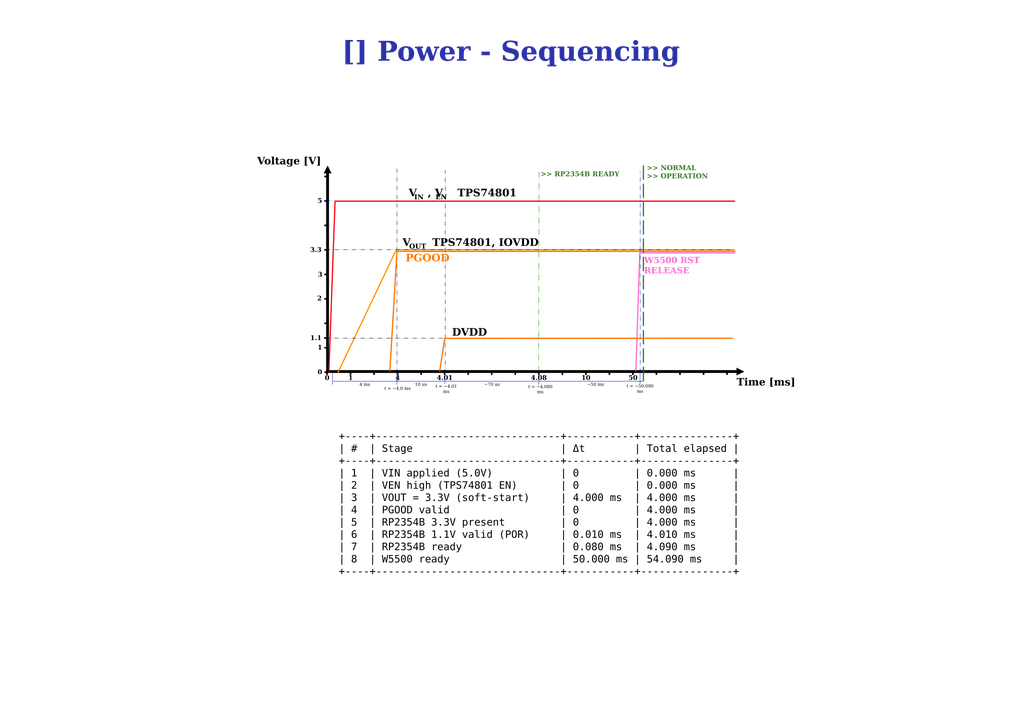
<source format=kicad_sch>
(kicad_sch
	(version 20250114)
	(generator "eeschema")
	(generator_version "9.0")
	(uuid "26e99a33-043b-499d-a26e-816ff79b487a")
	(paper "A3")
	(title_block
		(title "Power - Sequencing")
		(date "2026-01-31")
		(rev "${REVISION}")
		(company "${COMPANY}")
	)
	(lib_symbols)
	(rectangle
		(start 133.096 142.367)
		(end 134.62 142.875)
		(stroke
			(width 0)
			(type default)
			(color 0 0 0 1)
		)
		(fill
			(type color)
			(color 0 0 0 1)
		)
		(uuid 01c9fd1d-d2cd-474e-a2f2-7336d2eb5438)
	)
	(rectangle
		(start 153.162 152.146)
		(end 153.67 153.67)
		(stroke
			(width 0)
			(type default)
			(color 0 0 0 1)
		)
		(fill
			(type color)
			(color 0 0 0 1)
		)
		(uuid 085660ca-3a67-46bf-85b0-bb74abf891e3)
	)
	(rectangle
		(start 230.378 152.146)
		(end 230.886 153.67)
		(stroke
			(width 0)
			(type default)
			(color 0 0 0 1)
		)
		(fill
			(type color)
			(color 0 0 0 1)
		)
		(uuid 09774e91-f9d0-4db9-9e0f-815490f4898d)
	)
	(rectangle
		(start 288.29 152.146)
		(end 288.798 153.67)
		(stroke
			(width 0)
			(type default)
			(color 0 0 0 1)
		)
		(fill
			(type color)
			(color 0 0 0 1)
		)
		(uuid 1c1e908e-05f8-44d9-8561-32d60503f5fa)
	)
	(rectangle
		(start 259.334 152.146)
		(end 259.842 153.67)
		(stroke
			(width 0)
			(type default)
			(color 0 0 0 1)
		)
		(fill
			(type color)
			(color 0 0 0 1)
		)
		(uuid 205e879f-c514-4b78-8bf1-d45ed4980894)
	)
	(rectangle
		(start 133.096 102.235)
		(end 134.62 102.743)
		(stroke
			(width 0)
			(type default)
			(color 0 0 0 1)
		)
		(fill
			(type color)
			(color 0 0 0 1)
		)
		(uuid 23111c0a-8311-4e0b-b6b5-bb05b9cd3eab)
	)
	(rectangle
		(start 240.03 152.146)
		(end 240.538 153.67)
		(stroke
			(width 0)
			(type default)
			(color 0 0 0 1)
		)
		(fill
			(type color)
			(color 0 0 0 1)
		)
		(uuid 3b7d974c-37a0-442f-9733-47c591f05f53)
	)
	(rectangle
		(start 133.858 152.146)
		(end 134.366 153.67)
		(stroke
			(width 0)
			(type default)
			(color 0 0 0 1)
		)
		(fill
			(type color)
			(color 0 0 0 1)
		)
		(uuid 3dd077b4-ca8f-47c2-bee1-2e3802083be7)
	)
	(rectangle
		(start 172.466 152.146)
		(end 172.974 153.67)
		(stroke
			(width 0)
			(type default)
			(color 0 0 0 1)
		)
		(fill
			(type color)
			(color 0 0 0 1)
		)
		(uuid 3e62ef00-0c8e-41fa-b2f3-08de867fa54f)
	)
	(rectangle
		(start 133.096 92.202)
		(end 134.62 92.71)
		(stroke
			(width 0)
			(type default)
			(color 0 0 0 1)
		)
		(fill
			(type color)
			(color 0 0 0 1)
		)
		(uuid 421293c6-3cf3-494b-b1c5-7fc458134e79)
	)
	(rectangle
		(start 133.096 112.268)
		(end 134.62 112.776)
		(stroke
			(width 0)
			(type default)
			(color 0 0 0 1)
		)
		(fill
			(type color)
			(color 0 0 0 1)
		)
		(uuid 469c46ff-b6e8-4790-b52f-1ed9a2bdd1f8)
	)
	(rectangle
		(start 201.422 152.146)
		(end 201.93 153.67)
		(stroke
			(width 0)
			(type default)
			(color 0 0 0 1)
		)
		(fill
			(type color)
			(color 0 0 0 1)
		)
		(uuid 56c4474d-0301-4408-974f-0518f1baa953)
	)
	(rectangle
		(start 182.118 152.146)
		(end 182.626 153.67)
		(stroke
			(width 0)
			(type default)
			(color 0 0 0 1)
		)
		(fill
			(type color)
			(color 0 0 0 1)
		)
		(uuid 5eee5b1a-6c26-4234-8466-170b3f779aa3)
	)
	(rectangle
		(start 133.858 151.892)
		(end 302.26 152.908)
		(stroke
			(width 0)
			(type default)
			(color 0 0 0 1)
		)
		(fill
			(type color)
			(color 0 0 0 1)
		)
		(uuid 6d8a1105-6737-4a0b-9f5f-040b945eed17)
	)
	(rectangle
		(start 133.096 122.301)
		(end 134.62 122.809)
		(stroke
			(width 0)
			(type default)
			(color 0 0 0 1)
		)
		(fill
			(type color)
			(color 0 0 0 1)
		)
		(uuid 7f8be5cb-90a9-46c5-97db-3d1d78b2f341)
	)
	(rectangle
		(start 133.096 132.334)
		(end 134.62 132.842)
		(stroke
			(width 0)
			(type default)
			(color 0 0 0 1)
		)
		(fill
			(type color)
			(color 0 0 0 1)
		)
		(uuid 7fdcc2de-fa58-4066-9ff8-f7d6046e1167)
	)
	(rectangle
		(start 297.942 152.146)
		(end 298.45 153.67)
		(stroke
			(width 0)
			(type default)
			(color 0 0 0 1)
		)
		(fill
			(type color)
			(color 0 0 0 1)
		)
		(uuid 842b39c1-4ee6-4238-8b46-e785731d06f1)
	)
	(rectangle
		(start 143.51 152.146)
		(end 144.018 153.67)
		(stroke
			(width 0)
			(type default)
			(color 0 0 0 1)
		)
		(fill
			(type color)
			(color 0 0 0 1)
		)
		(uuid 960a89ab-5167-4e3c-95c8-b3e891644096)
	)
	(rectangle
		(start 278.638 152.146)
		(end 279.146 153.67)
		(stroke
			(width 0)
			(type default)
			(color 0 0 0 1)
		)
		(fill
			(type color)
			(color 0 0 0 1)
		)
		(uuid 96e56ef9-debd-4418-8330-7dca10cdbbe7)
	)
	(rectangle
		(start 133.858 70.358)
		(end 134.874 152.908)
		(stroke
			(width 0)
			(type default)
			(color 0 0 0 1)
		)
		(fill
			(type color)
			(color 0 0 0 1)
		)
		(uuid 996b6b38-3a4b-457c-8281-2dd4304c7e91)
	)
	(rectangle
		(start 249.682 152.146)
		(end 250.19 153.67)
		(stroke
			(width 0)
			(type default)
			(color 0 0 0 1)
		)
		(fill
			(type color)
			(color 0 0 0 1)
		)
		(uuid 9bd636ad-96b2-4037-90f6-ad48772c0413)
	)
	(rectangle
		(start 268.986 152.146)
		(end 269.494 153.67)
		(stroke
			(width 0)
			(type default)
			(color 0 0 0 1)
		)
		(fill
			(type color)
			(color 0 0 0 1)
		)
		(uuid ab3483ad-9beb-416f-a41c-b3b1b7dc1850)
	)
	(rectangle
		(start 133.096 72.136)
		(end 134.62 72.644)
		(stroke
			(width 0)
			(type default)
			(color 0 0 0 1)
		)
		(fill
			(type color)
			(color 0 0 0 1)
		)
		(uuid b0c9fcec-fe45-4575-885f-193ce09a72d8)
	)
	(rectangle
		(start 211.074 152.146)
		(end 211.582 153.67)
		(stroke
			(width 0)
			(type default)
			(color 0 0 0 1)
		)
		(fill
			(type color)
			(color 0 0 0 1)
		)
		(uuid bacf2a60-ebce-4900-a491-53d1d841d529)
	)
	(rectangle
		(start 162.814 152.146)
		(end 163.322 153.67)
		(stroke
			(width 0)
			(type default)
			(color 0 0 0 1)
		)
		(fill
			(type color)
			(color 0 0 0 1)
		)
		(uuid c0e4d47a-808d-44d6-ac4a-0f050619e78d)
	)
	(rectangle
		(start 133.0395 138.3793)
		(end 134.5635 138.8873)
		(stroke
			(width 0)
			(type default)
			(color 0 0 0 1)
		)
		(fill
			(type color)
			(color 0 0 0 1)
		)
		(uuid ca1d8189-fb37-45bd-8f79-eacdaa3debc6)
	)
	(rectangle
		(start 133.096 82.169)
		(end 134.62 82.677)
		(stroke
			(width 0)
			(type default)
			(color 0 0 0 1)
		)
		(fill
			(type color)
			(color 0 0 0 1)
		)
		(uuid d880b30a-ae22-4b99-94cc-3cc9c533e8e9)
	)
	(rectangle
		(start 220.726 152.146)
		(end 221.234 153.67)
		(stroke
			(width 0)
			(type default)
			(color 0 0 0 1)
		)
		(fill
			(type color)
			(color 0 0 0 1)
		)
		(uuid f32b3655-beae-4c32-8ac8-4acf2e080e86)
	)
	(rectangle
		(start 191.77 152.146)
		(end 192.278 153.67)
		(stroke
			(width 0)
			(type default)
			(color 0 0 0 1)
		)
		(fill
			(type color)
			(color 0 0 0 1)
		)
		(uuid f8dd6608-6fed-4399-a2fa-9a4460646543)
	)
	(rectangle
		(start 133.096 152.4)
		(end 134.62 152.908)
		(stroke
			(width 0)
			(type default)
			(color 0 0 0 1)
		)
		(fill
			(type color)
			(color 0 0 0 1)
		)
		(uuid fbce5f74-e6dc-4caf-95b1-d2e389cbff45)
	)
	(text ">> RP2354B READY"
		(exclude_from_sim no)
		(at 221.742 73.406 0)
		(effects
			(font
				(face "Times New Roman")
				(size 2 2)
				(thickness 0.4)
				(bold yes)
				(color 53 123 38 1)
			)
			(justify left bottom)
		)
		(uuid "076c165f-871f-4241-bd1e-a28f47c72201")
	)
	(text "Voltage [V]"
		(exclude_from_sim no)
		(at 131.699 68.961 0)
		(effects
			(font
				(face "Times New Roman")
				(size 3 3)
				(thickness 0.4)
				(bold yes)
				(color 0 0 0 1)
			)
			(justify right bottom)
		)
		(uuid "175b8f18-81ff-4b8b-bacc-429ebcefd377")
	)
	(text "+----+------------------------------+-----------+---------------+\n| #  | Stage                        | Δt        | Total elapsed |\n+----+------------------------------+-----------+---------------+\n| 1  | VIN applied (5.0V)           | 0         | 0.000 ms      |\n| 2  | VEN high (TPS74801 EN)       | 0         | 0.000 ms      |\n| 3  | VOUT = 3.3V (soft-start)     | 4.000 ms  | 4.000 ms      |\n| 4  | PGOOD valid                  | 0         | 4.000 ms      |\n| 5  | RP2354B 3.3V present         | 0         | 4.000 ms      |\n| 6  | RP2354B 1.1V valid (POR)     | 0.010 ms  | 4.010 ms      |\n| 7  | RP2354B ready                | 0.080 ms  | 4.090 ms      |\n| 8  | W5500 ready                  | 50.000 ms | 54.090 ms     |\n+----+------------------------------+-----------+---------------+"
		(exclude_from_sim no)
		(at 138.938 207.772 0)
		(effects
			(font
				(face "Consolas")
				(size 3 3)
				(color 0 0 0 1)
			)
			(justify left)
		)
		(uuid "a1f9d19a-b150-4f2a-9d9e-66c8846a0a1e")
	)
	(text ">> NORMAL \n>> OPERATION"
		(exclude_from_sim no)
		(at 265.2944 74.2542 0)
		(effects
			(font
				(face "Times New Roman")
				(size 2 2)
				(thickness 0.4)
				(bold yes)
				(color 53 123 38 1)
			)
			(justify left bottom)
		)
		(uuid "b29326be-65a3-4fc5-9d14-850aa59ca2a1")
	)
	(text "Time [ms]"
		(exclude_from_sim no)
		(at 302.133 159.639 0)
		(effects
			(font
				(face "Times New Roman")
				(size 3 3)
				(thickness 0.4)
				(bold yes)
				(color 0 0 0 1)
			)
			(justify left bottom)
		)
		(uuid "be8ac8d4-7137-494d-bff2-23ac58b6a9ef")
	)
	(text_box "10 us"
		(exclude_from_sim no)
		(at 162.814 156.4386 0)
		(size 19.6697 2.54)
		(margins 0.9524 0.9524 0.9524 0.9524)
		(stroke
			(width -0.0001)
			(type solid)
		)
		(fill
			(type none)
		)
		(effects
			(font
				(face "Times New Roman")
				(size 1.27 1.27)
				(color 0 0 0 1)
			)
		)
		(uuid "057279ac-9604-4990-8e26-7bec51ceaf06")
	)
	(text_box "4.08"
		(exclude_from_sim no)
		(at 219.3036 153.7716 0)
		(size 3.429 2.54)
		(margins 0.9524 0.9524 0.9524 0.9524)
		(stroke
			(width -0.0001)
			(type solid)
		)
		(fill
			(type none)
		)
		(effects
			(font
				(face "Times New Roman")
				(size 1.905 1.905)
				(bold yes)
				(color 0 0 0 1)
			)
		)
		(uuid "08241509-e60b-45e1-b1ab-84f794ba668b")
	)
	(text_box "~70 us"
		(exclude_from_sim no)
		(at 182.6009 156.4386 0)
		(size 38.3429 2.54)
		(margins 0.9524 0.9524 0.9524 0.9524)
		(stroke
			(width -0.0001)
			(type solid)
		)
		(fill
			(type none)
		)
		(effects
			(font
				(face "Times New Roman")
				(size 1.27 1.27)
				(color 0 0 0 1)
			)
		)
		(uuid "20bbe4a3-b3be-4f55-b2bf-0186c6f41602")
	)
	(text_box "4.01"
		(exclude_from_sim no)
		(at 180.6956 153.7716 0)
		(size 3.429 2.54)
		(margins 0.9524 0.9524 0.9524 0.9524)
		(stroke
			(width -0.0001)
			(type solid)
		)
		(fill
			(type none)
		)
		(effects
			(font
				(face "Times New Roman")
				(size 1.905 1.905)
				(bold yes)
				(color 0 0 0 1)
			)
		)
		(uuid "233b215e-473b-40c1-8a9f-d71a58a647c1")
	)
	(text_box "2"
		(exclude_from_sim no)
		(at 126.042 121.166 0)
		(size 6.858 2.54)
		(margins 0.9524 0.9524 0.9524 0.9524)
		(stroke
			(width -0.0001)
			(type default)
		)
		(fill
			(type none)
		)
		(effects
			(font
				(face "Times New Roman")
				(size 1.905 1.905)
				(bold yes)
				(color 0 0 0 1)
			)
			(justify right)
		)
		(uuid "3010b19b-c99d-4b77-bf14-7f71b9f36a3e")
	)
	(text_box "DVDD"
		(exclude_from_sim no)
		(at 183.134 132.334 0)
		(size 73.66 7.62)
		(margins 2.2859 2.2859 2.2859 2.2859)
		(stroke
			(width -0.0001)
			(type solid)
		)
		(fill
			(type none)
		)
		(effects
			(font
				(face "Times New Roman")
				(size 3.048 3.048)
				(thickness 0.4572)
				(bold yes)
				(color 0 0 0 1)
			)
			(justify left top)
		)
		(uuid "311c3e91-0d23-444a-b4ea-86d35a02c524")
	)
	(text_box "t = ~4.01 ms"
		(exclude_from_sim no)
		(at 176.0568 158.2861 0)
		(size 13.9699 2.54)
		(margins 0.9524 0.9524 0.9524 0.9524)
		(stroke
			(width -0.0001)
			(type solid)
		)
		(fill
			(type none)
		)
		(effects
			(font
				(face "Times New Roman")
				(size 1.27 1.27)
				(color 0 0 0 1)
			)
		)
		(uuid "3ae0c6d9-3cb2-4259-885f-bbe07fda9b34")
	)
	(text_box "3.3"
		(exclude_from_sim no)
		(at 125.9522 101.2468 0)
		(size 6.858 2.54)
		(margins 0.9524 0.9524 0.9524 0.9524)
		(stroke
			(width -0.0001)
			(type solid)
		)
		(fill
			(type none)
		)
		(effects
			(font
				(face "Times New Roman")
				(size 1.905 1.905)
				(bold yes)
				(color 0 0 0 1)
			)
			(justify right)
		)
		(uuid "4a35679e-904f-4b2d-83f6-489a384b0921")
	)
	(text_box "4"
		(exclude_from_sim no)
		(at 161.3916 153.7716 0)
		(size 3.429 2.54)
		(margins 0.9524 0.9524 0.9524 0.9524)
		(stroke
			(width -0.0001)
			(type solid)
		)
		(fill
			(type none)
		)
		(effects
			(font
				(face "Times New Roman")
				(size 1.905 1.905)
				(bold yes)
				(color 0 0 0 1)
			)
		)
		(uuid "52a74200-5717-4af9-b5e4-1d404429f3c6")
	)
	(text_box "W5500 RST\nRELEASE"
		(exclude_from_sim no)
		(at 261.874 103.124 0)
		(size 29.2444 14.4598)
		(margins 2.2859 2.2859 2.2859 2.2859)
		(stroke
			(width -0.0001)
			(type solid)
		)
		(fill
			(type none)
		)
		(effects
			(font
				(face "Times New Roman")
				(size 2.5 2.5)
				(thickness 0.4572)
				(bold yes)
				(color 255 106 212 1)
			)
			(justify left top)
		)
		(uuid "53adba12-2b57-4e8b-93a1-c301c24efb67")
	)
	(text_box "~50 ms"
		(exclude_from_sim no)
		(at 194.7926 156.4386 0)
		(size 98.933 2.54)
		(margins 0.9524 0.9524 0.9524 0.9524)
		(stroke
			(width -0.0001)
			(type solid)
		)
		(fill
			(type none)
		)
		(effects
			(font
				(face "Times New Roman")
				(size 1.27 1.27)
				(color 0 0 0 1)
			)
		)
		(uuid "53d1cf93-77bb-4e07-8e05-b99e1e701b70")
	)
	(text_box "IN"
		(exclude_from_sim no)
		(at 167.6058 77.4879 0)
		(size 10.16 7.62)
		(margins 2.2859 2.2859 2.2859 2.2859)
		(stroke
			(width -0.0001)
			(type solid)
		)
		(fill
			(type none)
		)
		(effects
			(font
				(face "Times New Roman")
				(size 2 2)
				(thickness 0.4572)
				(bold yes)
				(color 0 0 0 1)
			)
			(justify left top)
		)
		(uuid "6181c20a-0215-4ae0-8ee4-6df165542ba6")
	)
	(text_box "50"
		(exclude_from_sim no)
		(at 257.9116 153.7716 0)
		(size 3.429 2.54)
		(margins 0.9524 0.9524 0.9524 0.9524)
		(stroke
			(width -0.0001)
			(type solid)
		)
		(fill
			(type none)
		)
		(effects
			(font
				(face "Times New Roman")
				(size 1.905 1.905)
				(bold yes)
				(color 0 0 0 1)
			)
		)
		(uuid "66adcae9-49e5-4fb7-a5be-2d5aa2aa227e")
	)
	(text_box "1"
		(exclude_from_sim no)
		(at 142.0876 153.7716 0)
		(size 3.429 2.54)
		(margins 0.9524 0.9524 0.9524 0.9524)
		(stroke
			(width -0.0001)
			(type solid)
		)
		(fill
			(type none)
		)
		(effects
			(font
				(face "Times New Roman")
				(size 1.905 1.905)
				(bold yes)
				(color 0 0 0 1)
			)
		)
		(uuid "67b43e82-5cc6-4c5f-857a-bae126f94920")
	)
	(text_box "t = ~50.090 ms"
		(exclude_from_sim no)
		(at 255.5147 158.197 0)
		(size 13.9699 2.54)
		(margins 0.9524 0.9524 0.9524 0.9524)
		(stroke
			(width -0.0001)
			(type solid)
		)
		(fill
			(type none)
		)
		(effects
			(font
				(face "Times New Roman")
				(size 1.27 1.27)
				(color 0 0 0 1)
			)
		)
		(uuid "69851fe3-7d8f-4586-8628-694a0692c0e9")
	)
	(text_box "▲"
		(exclude_from_sim no)
		(at 133.096 68.072 0)
		(size 2.54 2.54)
		(margins 2.2499 2.2499 2.2499 2.2499)
		(stroke
			(width -0.0001)
			(type default)
		)
		(fill
			(type none)
		)
		(effects
			(font
				(face "Times New Roman")
				(size 3 3)
				(color 0 0 0 1)
			)
		)
		(uuid "69d7b4c2-c118-4b95-bd3b-473104ff316a")
	)
	(text_box "t = ~4.080 ms"
		(exclude_from_sim no)
		(at 214.6365 158.4518 0)
		(size 13.9699 2.54)
		(margins 0.9524 0.9524 0.9524 0.9524)
		(stroke
			(width -0.0001)
			(type solid)
		)
		(fill
			(type none)
		)
		(effects
			(font
				(face "Times New Roman")
				(size 1.27 1.27)
				(color 0 0 0 1)
			)
		)
		(uuid "7594e34f-8c9e-44f6-810b-3776976ea259")
	)
	(text_box "V   , V    TPS74801"
		(exclude_from_sim no)
		(at 165.354 75.184 0)
		(size 73.66 7.62)
		(margins 2.2859 2.2859 2.2859 2.2859)
		(stroke
			(width -0.0001)
			(type solid)
		)
		(fill
			(type none)
		)
		(effects
			(font
				(face "Times New Roman")
				(size 3.048 3.048)
				(thickness 0.4572)
				(bold yes)
				(color 0 0 0 1)
			)
			(justify left top)
		)
		(uuid "7ae1a906-56c0-4fc5-8755-5337ef2cc70c")
	)
	(text_box "t = ~4.0 ms"
		(exclude_from_sim no)
		(at 156.0653 158.099 0)
		(size 13.9699 2.54)
		(margins 0.9524 0.9524 0.9524 0.9524)
		(stroke
			(width -0.0001)
			(type solid)
		)
		(fill
			(type none)
		)
		(effects
			(font
				(face "Times New Roman")
				(size 1.27 1.27)
				(color 0 0 0 1)
			)
		)
		(uuid "7d3bd7f1-d2cf-42e4-9d96-41ac526a545a")
	)
	(text_box "5"
		(exclude_from_sim no)
		(at 126.2126 81.1276 0)
		(size 6.858 2.54)
		(margins 0.9524 0.9524 0.9524 0.9524)
		(stroke
			(width -0.0001)
			(type solid)
		)
		(fill
			(type none)
		)
		(effects
			(font
				(face "Times New Roman")
				(size 1.905 1.905)
				(bold yes)
				(color 0 0 0 1)
			)
			(justify right)
		)
		(uuid "7e86fc43-dc59-4681-818f-cb7ab0a72f3e")
	)
	(text_box "10"
		(exclude_from_sim no)
		(at 238.6076 153.7716 0)
		(size 3.429 2.54)
		(margins 0.9524 0.9524 0.9524 0.9524)
		(stroke
			(width -0.0001)
			(type solid)
		)
		(fill
			(type none)
		)
		(effects
			(font
				(face "Times New Roman")
				(size 1.905 1.905)
				(bold yes)
				(color 0 0 0 1)
			)
		)
		(uuid "7f3e65a9-aab7-4e42-9498-fca7b427e5fc")
	)
	(text_box "PGOOD"
		(exclude_from_sim no)
		(at 164.084 101.854 0)
		(size 21.59 7.62)
		(margins 2.2859 2.2859 2.2859 2.2859)
		(stroke
			(width -0.0001)
			(type solid)
		)
		(fill
			(type none)
		)
		(effects
			(font
				(face "Times New Roman")
				(size 3.048 3.048)
				(thickness 0.4572)
				(bold yes)
				(color 255 115 0 1)
			)
			(justify left top)
		)
		(uuid "88f3f2ae-f626-4ab5-9175-6ac6e4e48f5b")
	)
	(text_box "1"
		(exclude_from_sim no)
		(at 126.2126 141.3256 0)
		(size 6.858 2.54)
		(margins 0.9524 0.9524 0.9524 0.9524)
		(stroke
			(width -0.0001)
			(type default)
		)
		(fill
			(type none)
		)
		(effects
			(font
				(face "Times New Roman")
				(size 1.905 1.905)
				(bold yes)
				(color 0 0 0 1)
			)
			(justify right)
		)
		(uuid "8a474ee7-94fa-4ccc-b38a-f2fbfc4e735c")
	)
	(text_box "0"
		(exclude_from_sim no)
		(at 132.461 153.797 0)
		(size 3.429 2.54)
		(margins 0.9524 0.9524 0.9524 0.9524)
		(stroke
			(width -0.0001)
			(type default)
		)
		(fill
			(type none)
		)
		(effects
			(font
				(face "Times New Roman")
				(size 1.905 1.905)
				(bold yes)
				(color 0 0 0 1)
			)
		)
		(uuid "9dba9cf1-c429-45db-bb2a-868858aa5986")
	)
	(text_box "1.1"
		(exclude_from_sim no)
		(at 125.984 137.414 0)
		(size 6.858 2.54)
		(margins 0.9524 0.9524 0.9524 0.9524)
		(stroke
			(width -0.0001)
			(type solid)
		)
		(fill
			(type none)
		)
		(effects
			(font
				(face "Times New Roman")
				(size 1.905 1.905)
				(bold yes)
				(color 0 0 0 1)
			)
			(justify right)
		)
		(uuid "a42c7a86-1501-46bb-b604-a398f1b927ee")
	)
	(text_box "3"
		(exclude_from_sim no)
		(at 126.3112 111.3859 0)
		(size 6.858 2.54)
		(margins 0.9524 0.9524 0.9524 0.9524)
		(stroke
			(width -0.0001)
			(type default)
		)
		(fill
			(type none)
		)
		(effects
			(font
				(face "Times New Roman")
				(size 1.905 1.905)
				(bold yes)
				(color 0 0 0 1)
			)
			(justify right)
		)
		(uuid "bce17a48-7e59-488b-9a33-1522b6d97175")
	)
	(text_box "4 ms"
		(exclude_from_sim no)
		(at 136.3726 156.4386 0)
		(size 26.4414 2.54)
		(margins 0.9524 0.9524 0.9524 0.9524)
		(stroke
			(width -0.0001)
			(type solid)
		)
		(fill
			(type none)
		)
		(effects
			(font
				(face "Times New Roman")
				(size 1.27 1.27)
				(color 0 0 0 1)
			)
		)
		(uuid "c588afea-31c7-4b80-a042-17fbbb6af658")
	)
	(text_box "0"
		(exclude_from_sim no)
		(at 126.238 151.384 0)
		(size 6.858 2.54)
		(margins 0.9524 0.9524 0.9524 0.9524)
		(stroke
			(width -0.0001)
			(type default)
		)
		(fill
			(type none)
		)
		(effects
			(font
				(face "Times New Roman")
				(size 1.905 1.905)
				(bold yes)
				(color 0 0 0 1)
			)
			(justify right)
		)
		(uuid "c5d537af-47e9-4471-8118-803a7ac0d798")
	)
	(text_box "OUT"
		(exclude_from_sim no)
		(at 165.5375 97.685 0)
		(size 10.16 7.62)
		(margins 2.2859 2.2859 2.2859 2.2859)
		(stroke
			(width -0.0001)
			(type solid)
		)
		(fill
			(type none)
		)
		(effects
			(font
				(face "Times New Roman")
				(size 2 2)
				(thickness 0.4572)
				(bold yes)
				(color 0 0 0 1)
			)
			(justify left top)
		)
		(uuid "cffd9648-d429-44ce-abaf-0eda879ca364")
	)
	(text_box "V      TPS74801, IOVDD"
		(exclude_from_sim no)
		(at 162.814 95.504 0)
		(size 73.66 7.62)
		(margins 2.2859 2.2859 2.2859 2.2859)
		(stroke
			(width -0.0001)
			(type solid)
		)
		(fill
			(type none)
		)
		(effects
			(font
				(face "Times New Roman")
				(size 3.048 3.048)
				(thickness 0.4572)
				(bold yes)
				(color 0 0 0 1)
			)
			(justify left top)
		)
		(uuid "e2ad7cc4-c628-47b6-aa51-edd43ef4b1f5")
	)
	(text_box "EN"
		(exclude_from_sim no)
		(at 176.3392 77.448 0)
		(size 10.16 7.62)
		(margins 2.2859 2.2859 2.2859 2.2859)
		(stroke
			(width -0.0001)
			(type solid)
		)
		(fill
			(type none)
		)
		(effects
			(font
				(face "Times New Roman")
				(size 2 2)
				(thickness 0.4572)
				(bold yes)
				(color 0 0 0 1)
			)
			(justify left top)
		)
		(uuid "e733600d-ac74-4f18-90b1-88333e9fcf65")
	)
	(text_box "▼"
		(exclude_from_sim no)
		(at 302.26 151.13 90)
		(size 2.54 2.54)
		(margins 2.2499 2.2499 2.2499 2.2499)
		(stroke
			(width -0.0001)
			(type default)
		)
		(fill
			(type none)
		)
		(effects
			(font
				(face "Times New Roman")
				(size 3 3)
				(color 0 0 0 1)
			)
		)
		(uuid "f0832906-c8ce-4838-9631-bdf5b87a8ba3")
	)
	(text_box "[${#}] ${TITLE}"
		(exclude_from_sim no)
		(at 12.7 15.24 0)
		(size 393.7 12.7)
		(margins 5.9999 5.9999 5.9999 5.9999)
		(stroke
			(width -0.0001)
			(type solid)
		)
		(fill
			(type none)
		)
		(effects
			(font
				(face "Times New Roman")
				(size 8 8)
				(thickness 1.2)
				(bold yes)
				(color 43 49 168 1)
			)
		)
		(uuid "f144a23e-d832-4b39-9f4d-255e9e35adc3")
	)
	(polyline
		(pts
			(xy 136.4234 156.3624) (xy 169.164 156.3624)
		)
		(stroke
			(width 0)
			(type default)
		)
		(uuid "04dcb800-6295-4fe9-a90b-0487be7268f9")
	)
	(polyline
		(pts
			(xy 136.3726 157.5816) (xy 136.3726 158.8516)
		)
		(stroke
			(width 0)
			(type dot)
		)
		(uuid "064a21e4-52a8-4681-8aa8-5954e753f93b")
	)
	(polyline
		(pts
			(xy 260.804 152.0191) (xy 262.3938 103.7738)
		)
		(stroke
			(width 0.5)
			(type default)
			(color 255 106 212 1)
		)
		(uuid "071a88e8-8db2-4212-88bb-c7e62ea7772e")
	)
	(polyline
		(pts
			(xy 220.9064 152.3455) (xy 221.0858 69.9768)
		)
		(stroke
			(width 0.2)
			(type dash_dot_dot)
			(color 44 164 20 1)
		)
		(uuid "0a0967a0-f9b2-4184-9997-b2cbc7a6de1c")
	)
	(polyline
		(pts
			(xy 180.3557 152.2315) (xy 182.4161 138.7898)
		)
		(stroke
			(width 0.5)
			(type default)
			(color 255 115 0 1)
		)
		(uuid "13f2c705-8bd8-438d-9c16-57d579d16cb3")
	)
	(polyline
		(pts
			(xy 182.3773 152.4086) (xy 182.3773 157.4886)
		)
		(stroke
			(width 0)
			(type default)
		)
		(uuid "16b1635d-d94b-404c-9ba2-39136e8869cb")
	)
	(polyline
		(pts
			(xy 162.547 102.4167) (xy 301.1795 102.4659)
		)
		(stroke
			(width 0.5)
			(type default)
			(color 255 148 0 1)
		)
		(uuid "1e528c69-5eea-41ef-9c58-3091ed504717")
	)
	(polyline
		(pts
			(xy 162.814 156.464) (xy 162.814 68.834)
		)
		(stroke
			(width 0)
			(type dash_dot_dot)
			(color 0 0 0 0.5)
		)
		(uuid "1f74b149-1154-441a-965a-1406ebb2490c")
	)
	(polyline
		(pts
			(xy 221.0036 152.7785) (xy 221.0036 157.8585)
		)
		(stroke
			(width 0)
			(type default)
		)
		(uuid "3d37e64f-34c8-49eb-8a46-334cfa3b5d66")
	)
	(polyline
		(pts
			(xy 162.814 103.124) (xy 301.4578 103.0824)
		)
		(stroke
			(width 0.5)
			(type default)
			(color 255 115 0 1)
		)
		(uuid "4efa524a-8617-4d13-a1d2-0eacc991b911")
	)
	(polyline
		(pts
			(xy 262.5554 152.8943) (xy 262.5487 70.3511)
		)
		(stroke
			(width 0)
			(type dash_dot_dot)
		)
		(uuid "57685bd4-8651-46c4-b08a-869eec740337")
	)
	(polyline
		(pts
			(xy 162.814 152.654) (xy 162.814 157.734)
		)
		(stroke
			(width 0)
			(type default)
		)
		(uuid "59f6b2a0-7e51-4de0-b4fd-7157bff9feb1")
	)
	(polyline
		(pts
			(xy 182.4161 138.7898) (xy 300.385 138.737)
		)
		(stroke
			(width 0.5)
			(type default)
			(color 255 115 0 1)
		)
		(uuid "67ecef83-799f-4883-afcd-36bcf53bf3a4")
	)
	(polyline
		(pts
			(xy 186.69 156.3624) (xy 194.818 156.3624)
		)
		(stroke
			(width 0)
			(type default)
		)
		(uuid "7a09a949-b4b2-4f5c-8ed7-541bb7ec8242")
	)
	(polyline
		(pts
			(xy 133.5978 82.3609) (xy 301.2378 82.3609)
		)
		(stroke
			(width 0)
			(type dash_dot_dot)
		)
		(uuid "87b6a02e-8185-41b6-afcb-abe2b3eca5ae")
	)
	(polyline
		(pts
			(xy 133.604 138.684) (xy 301.244 138.684)
		)
		(stroke
			(width 0)
			(type dash_dot_dot)
			(color 0 0 0 0.5)
		)
		(uuid "87f80ce1-d4c6-4681-a0aa-db4f56f86624")
	)
	(polyline
		(pts
			(xy 138.684 152.654) (xy 162.547 102.4167)
		)
		(stroke
			(width 0.5)
			(type default)
			(color 255 148 0 1)
		)
		(uuid "89686ba2-851f-4282-bbc6-7ff1cba84847")
	)
	(polyline
		(pts
			(xy 169.2148 156.3624) (xy 186.7408 156.3624)
		)
		(stroke
			(width 0)
			(type default)
		)
		(uuid "8e1b23d4-66f6-4ba2-87da-0e97cd9d658e")
	)
	(polyline
		(pts
			(xy 136.3726 152.3746) (xy 136.3726 157.5816)
		)
		(stroke
			(width 0)
			(type default)
		)
		(uuid "98a27ce4-9530-490a-9598-1b7219c1978c")
	)
	(polyline
		(pts
			(xy 262.4017 103.7376) (xy 301.4027 103.7376)
		)
		(stroke
			(width 0.5)
			(type default)
			(color 255 106 212 1)
		)
		(uuid "9be4fbf4-d3c9-4bce-b564-d42b6d3e5cb5")
	)
	(polyline
		(pts
			(xy 159.9 152.161) (xy 162.814 103.124)
		)
		(stroke
			(width 0.5)
			(type default)
			(color 255 115 0 1)
		)
		(uuid "a62310ef-43bf-43aa-8a86-0acd958cabfb")
	)
	(polyline
		(pts
			(xy 134.874 152.654) (xy 137.414 82.804)
		)
		(stroke
			(width 0.5)
			(type default)
			(color 255 0 21 1)
		)
		(uuid "be1124d4-0866-4177-93b7-b36f804bc535")
	)
	(polyline
		(pts
			(xy 194.818 156.3624) (xy 263.8621 156.3742)
		)
		(stroke
			(width 0)
			(type default)
		)
		(uuid "c35beeb1-614a-40f2-a0d5-8295a3825a11")
	)
	(polyline
		(pts
			(xy 137.4815 82.5126) (xy 301.3115 82.5126)
		)
		(stroke
			(width 0.5)
			(type default)
			(color 255 0 21 1)
		)
		(uuid "c85a7853-189f-428b-b7b5-2a730e9f093a")
	)
	(polyline
		(pts
			(xy 263.8974 156.0422) (xy 263.8974 68.0312)
		)
		(stroke
			(width 0.5)
			(type dash)
			(color 53 123 38 1)
		)
		(uuid "e0585ef4-3cb5-4ca4-9291-ea6d4631b9df")
	)
	(polyline
		(pts
			(xy 133.7012 102.3721) (xy 301.3412 102.3721)
		)
		(stroke
			(width 0)
			(type dash_dot_dot)
			(color 0 0 0 0.5)
		)
		(uuid "eec090b7-1b3f-4f74-8825-10efd3fd8320")
	)
	(polyline
		(pts
			(xy 262.5059 152.4025) (xy 262.5059 157.4825)
		)
		(stroke
			(width 0)
			(type default)
		)
		(uuid "fcbc319d-30f9-4cd3-9a7f-b18b01810f7c")
	)
	(polyline
		(pts
			(xy 182.5956 153.1459) (xy 182.5956 69.8624)
		)
		(stroke
			(width 0)
			(type dash_dot_dot)
			(color 0 0 0 0.5)
		)
		(uuid "fe8662ef-b917-4270-8139-46873ae7059e")
	)
)

</source>
